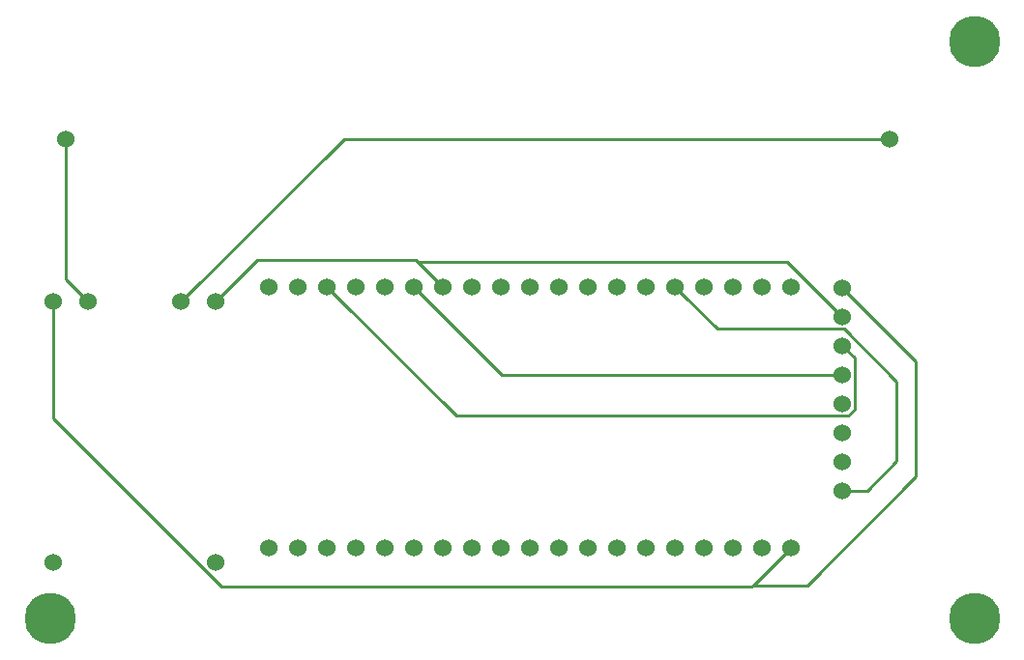
<source format=gbr>
G04 #@! TF.GenerationSoftware,KiCad,Pcbnew,(5.1.0)-1*
G04 #@! TF.CreationDate,2019-04-13T21:09:27-07:00*
G04 #@! TF.ProjectId,PCBv1,50434276-312e-46b6-9963-61645f706362,rev?*
G04 #@! TF.SameCoordinates,Original*
G04 #@! TF.FileFunction,Copper,L1,Top*
G04 #@! TF.FilePolarity,Positive*
%FSLAX46Y46*%
G04 Gerber Fmt 4.6, Leading zero omitted, Abs format (unit mm)*
G04 Created by KiCad (PCBNEW (5.1.0)-1) date 2019-04-13 21:09:27*
%MOMM*%
%LPD*%
G04 APERTURE LIST*
%ADD10C,4.500000*%
%ADD11C,1.524000*%
%ADD12C,0.250000*%
G04 APERTURE END LIST*
D10*
X93175000Y-124150000D03*
X174100000Y-73575000D03*
X174100000Y-124150000D03*
D11*
X162530000Y-95150000D03*
X162530000Y-97690000D03*
X162530000Y-100230000D03*
X162530000Y-102770000D03*
X162530000Y-105310000D03*
X162530000Y-107850000D03*
X162530000Y-110390000D03*
X162530000Y-112930000D03*
X94574000Y-82110000D03*
X166710000Y-82110000D03*
X96520000Y-96393000D03*
X93472000Y-96393000D03*
X104648000Y-96393000D03*
X107696000Y-96393000D03*
X93472000Y-119253000D03*
X107696000Y-119253000D03*
X114850000Y-117930000D03*
X117390000Y-117930000D03*
X119930000Y-117930000D03*
X122470000Y-117930000D03*
X125010000Y-117930000D03*
X127550000Y-117930000D03*
X130090000Y-117930000D03*
X132630000Y-117930000D03*
X135170000Y-117930000D03*
X137710000Y-117930000D03*
X140250000Y-117930000D03*
X142790000Y-117930000D03*
X145330000Y-117930000D03*
X147870000Y-117930000D03*
X150410000Y-117930000D03*
X152950000Y-117930000D03*
X155490000Y-117930000D03*
X158030000Y-117930000D03*
X112310000Y-95070000D03*
X114850000Y-95070000D03*
X117390000Y-95070000D03*
X119930000Y-95070000D03*
X122470000Y-95070000D03*
X127550000Y-95070000D03*
X125010000Y-95070000D03*
X130090000Y-95070000D03*
X132630000Y-95070000D03*
X135170000Y-95070000D03*
X137710000Y-95070000D03*
X140250000Y-95070000D03*
X142790000Y-95070000D03*
X147870000Y-95070000D03*
X145330000Y-95070000D03*
X150410000Y-95070000D03*
X152950000Y-95070000D03*
X155490000Y-95070000D03*
X158030000Y-95070000D03*
X112310000Y-117930000D03*
D12*
X94574000Y-94447000D02*
X96520000Y-96393000D01*
X94574000Y-82110000D02*
X94574000Y-94447000D01*
X118931000Y-82110000D02*
X104648000Y-96393000D01*
X166710000Y-82110000D02*
X118931000Y-82110000D01*
X93472000Y-106637762D02*
X108184238Y-121350000D01*
X93472000Y-96393000D02*
X93472000Y-106637762D01*
X108184238Y-121350000D02*
X154610000Y-121350000D01*
X169000000Y-101620000D02*
X169000000Y-111700000D01*
X162530000Y-95150000D02*
X169000000Y-101620000D01*
X159445000Y-121255000D02*
X154705000Y-121255000D01*
X169000000Y-111700000D02*
X159445000Y-121255000D01*
X154610000Y-121350000D02*
X154705000Y-121255000D01*
X154705000Y-121255000D02*
X158030000Y-117930000D01*
X118151999Y-95831999D02*
X117390000Y-95070000D01*
X128717001Y-106397001D02*
X118151999Y-95831999D01*
X163051761Y-106397001D02*
X128717001Y-106397001D01*
X163617001Y-105831761D02*
X163051761Y-106397001D01*
X163617001Y-101317001D02*
X163617001Y-105831761D01*
X162530000Y-100230000D02*
X163617001Y-101317001D01*
X107696000Y-96393000D02*
X111339000Y-92750000D01*
X111339000Y-92750000D02*
X125230000Y-92750000D01*
X157737500Y-92897500D02*
X125377500Y-92897500D01*
X162530000Y-97690000D02*
X157737500Y-92897500D01*
X125230000Y-92750000D02*
X125377500Y-92897500D01*
X125377500Y-92897500D02*
X127550000Y-95070000D01*
X132710000Y-102770000D02*
X125010000Y-95070000D01*
X162530000Y-102770000D02*
X132710000Y-102770000D01*
X162530000Y-112930000D02*
X164695000Y-112930000D01*
X164695000Y-112930000D02*
X167300000Y-110325000D01*
X148631999Y-95831999D02*
X147870000Y-95070000D01*
X151577001Y-98777001D02*
X148631999Y-95831999D01*
X162702001Y-98777001D02*
X151577001Y-98777001D01*
X167300000Y-103375000D02*
X162702001Y-98777001D01*
X167300000Y-110325000D02*
X167300000Y-103375000D01*
M02*

</source>
